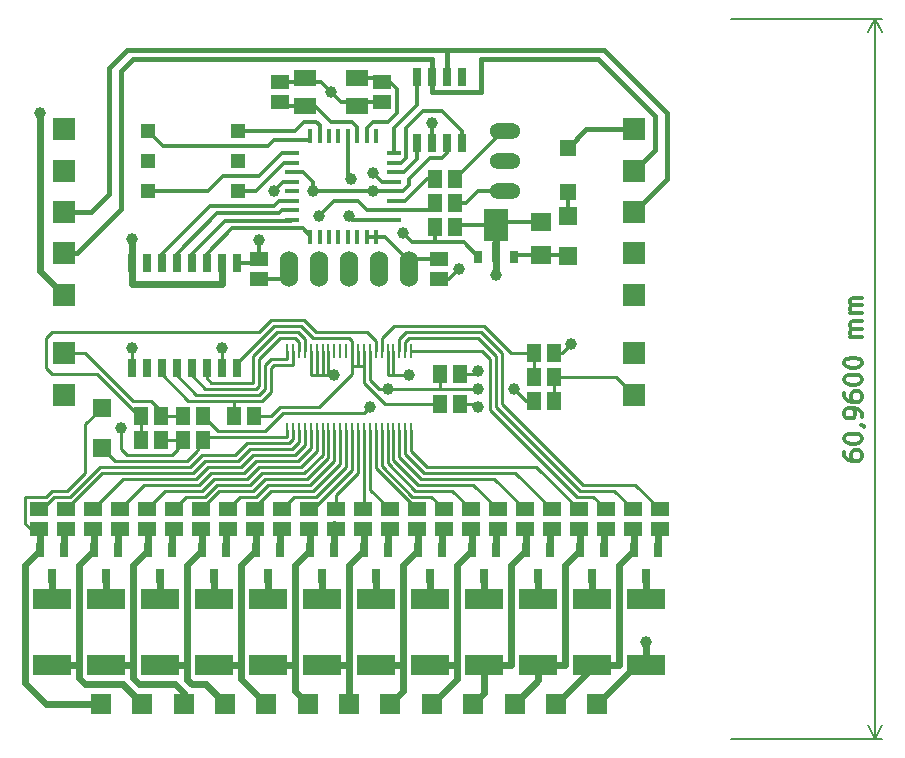
<source format=gbr>
%TF.GenerationSoftware,KiCad,Pcbnew,(6.0.10)*%
%TF.CreationDate,2023-01-23T12:48:01+01:00*%
%TF.ProjectId,BMS12v3,424d5331-3276-4332-9e6b-696361645f70,rev?*%
%TF.SameCoordinates,Original*%
%TF.FileFunction,Copper,L1,Top*%
%TF.FilePolarity,Positive*%
%FSLAX46Y46*%
G04 Gerber Fmt 4.6, Leading zero omitted, Abs format (unit mm)*
G04 Created by KiCad (PCBNEW (6.0.10)) date 2023-01-23 12:48:01*
%MOMM*%
%LPD*%
G01*
G04 APERTURE LIST*
%ADD10C,0.300000*%
%TA.AperFunction,NonConductor*%
%ADD11C,0.300000*%
%TD*%
%TA.AperFunction,NonConductor*%
%ADD12C,0.200000*%
%TD*%
%TA.AperFunction,SMDPad,CuDef*%
%ADD13R,1.500000X1.300000*%
%TD*%
%TA.AperFunction,SMDPad,CuDef*%
%ADD14R,0.635000X1.270000*%
%TD*%
%TA.AperFunction,SMDPad,CuDef*%
%ADD15R,3.200000X1.800000*%
%TD*%
%TA.AperFunction,SMDPad,CuDef*%
%ADD16R,1.300000X1.500000*%
%TD*%
%TA.AperFunction,ComponentPad*%
%ADD17O,1.524000X3.048000*%
%TD*%
%TA.AperFunction,ComponentPad*%
%ADD18O,2.641600X1.320800*%
%TD*%
%TA.AperFunction,SMDPad,CuDef*%
%ADD19R,0.700000X1.100000*%
%TD*%
%TA.AperFunction,SMDPad,CuDef*%
%ADD20R,0.700000X1.800000*%
%TD*%
%TA.AperFunction,SMDPad,CuDef*%
%ADD21R,2.000000X2.800000*%
%TD*%
%TA.AperFunction,SMDPad,CuDef*%
%ADD22R,1.200000X0.400000*%
%TD*%
%TA.AperFunction,SMDPad,CuDef*%
%ADD23R,0.400000X1.200000*%
%TD*%
%TA.AperFunction,SMDPad,CuDef*%
%ADD24R,0.711200X1.524000*%
%TD*%
%TA.AperFunction,ComponentPad*%
%ADD25R,1.950000X1.950000*%
%TD*%
%TA.AperFunction,ComponentPad*%
%ADD26R,1.308000X1.308000*%
%TD*%
%TA.AperFunction,SMDPad,CuDef*%
%ADD27R,1.600000X1.600000*%
%TD*%
%TA.AperFunction,SMDPad,CuDef*%
%ADD28R,1.400000X1.400000*%
%TD*%
%TA.AperFunction,SMDPad,CuDef*%
%ADD29R,0.250000X1.250000*%
%TD*%
%TA.AperFunction,SMDPad,CuDef*%
%ADD30R,1.900000X1.400000*%
%TD*%
%TA.AperFunction,SMDPad,CuDef*%
%ADD31R,1.800000X1.600000*%
%TD*%
%TA.AperFunction,ComponentPad*%
%ADD32R,1.800000X1.800000*%
%TD*%
%TA.AperFunction,ViaPad*%
%ADD33C,1.006400*%
%TD*%
%TA.AperFunction,Conductor*%
%ADD34C,0.609600*%
%TD*%
%TA.AperFunction,Conductor*%
%ADD35C,0.254000*%
%TD*%
%TA.AperFunction,Conductor*%
%ADD36C,0.304800*%
%TD*%
%TA.AperFunction,Conductor*%
%ADD37C,0.406400*%
%TD*%
G04 APERTURE END LIST*
D10*
D11*
X190418571Y-110354285D02*
X190418571Y-110640000D01*
X190490000Y-110782857D01*
X190561428Y-110854285D01*
X190775714Y-110997142D01*
X191061428Y-111068571D01*
X191632857Y-111068571D01*
X191775714Y-110997142D01*
X191847142Y-110925714D01*
X191918571Y-110782857D01*
X191918571Y-110497142D01*
X191847142Y-110354285D01*
X191775714Y-110282857D01*
X191632857Y-110211428D01*
X191275714Y-110211428D01*
X191132857Y-110282857D01*
X191061428Y-110354285D01*
X190990000Y-110497142D01*
X190990000Y-110782857D01*
X191061428Y-110925714D01*
X191132857Y-110997142D01*
X191275714Y-111068571D01*
X190418571Y-109282857D02*
X190418571Y-109140000D01*
X190490000Y-108997142D01*
X190561428Y-108925714D01*
X190704285Y-108854285D01*
X190990000Y-108782857D01*
X191347142Y-108782857D01*
X191632857Y-108854285D01*
X191775714Y-108925714D01*
X191847142Y-108997142D01*
X191918571Y-109140000D01*
X191918571Y-109282857D01*
X191847142Y-109425714D01*
X191775714Y-109497142D01*
X191632857Y-109568571D01*
X191347142Y-109640000D01*
X190990000Y-109640000D01*
X190704285Y-109568571D01*
X190561428Y-109497142D01*
X190490000Y-109425714D01*
X190418571Y-109282857D01*
X191847142Y-108068571D02*
X191918571Y-108068571D01*
X192061428Y-108140000D01*
X192132857Y-108211428D01*
X191918571Y-107354285D02*
X191918571Y-107068571D01*
X191847142Y-106925714D01*
X191775714Y-106854285D01*
X191561428Y-106711428D01*
X191275714Y-106640000D01*
X190704285Y-106640000D01*
X190561428Y-106711428D01*
X190490000Y-106782857D01*
X190418571Y-106925714D01*
X190418571Y-107211428D01*
X190490000Y-107354285D01*
X190561428Y-107425714D01*
X190704285Y-107497142D01*
X191061428Y-107497142D01*
X191204285Y-107425714D01*
X191275714Y-107354285D01*
X191347142Y-107211428D01*
X191347142Y-106925714D01*
X191275714Y-106782857D01*
X191204285Y-106711428D01*
X191061428Y-106640000D01*
X190418571Y-105354285D02*
X190418571Y-105640000D01*
X190490000Y-105782857D01*
X190561428Y-105854285D01*
X190775714Y-105997142D01*
X191061428Y-106068571D01*
X191632857Y-106068571D01*
X191775714Y-105997142D01*
X191847142Y-105925714D01*
X191918571Y-105782857D01*
X191918571Y-105497142D01*
X191847142Y-105354285D01*
X191775714Y-105282857D01*
X191632857Y-105211428D01*
X191275714Y-105211428D01*
X191132857Y-105282857D01*
X191061428Y-105354285D01*
X190990000Y-105497142D01*
X190990000Y-105782857D01*
X191061428Y-105925714D01*
X191132857Y-105997142D01*
X191275714Y-106068571D01*
X190418571Y-104282857D02*
X190418571Y-104140000D01*
X190490000Y-103997142D01*
X190561428Y-103925714D01*
X190704285Y-103854285D01*
X190990000Y-103782857D01*
X191347142Y-103782857D01*
X191632857Y-103854285D01*
X191775714Y-103925714D01*
X191847142Y-103997142D01*
X191918571Y-104140000D01*
X191918571Y-104282857D01*
X191847142Y-104425714D01*
X191775714Y-104497142D01*
X191632857Y-104568571D01*
X191347142Y-104640000D01*
X190990000Y-104640000D01*
X190704285Y-104568571D01*
X190561428Y-104497142D01*
X190490000Y-104425714D01*
X190418571Y-104282857D01*
X190418571Y-102854285D02*
X190418571Y-102711428D01*
X190490000Y-102568571D01*
X190561428Y-102497142D01*
X190704285Y-102425714D01*
X190990000Y-102354285D01*
X191347142Y-102354285D01*
X191632857Y-102425714D01*
X191775714Y-102497142D01*
X191847142Y-102568571D01*
X191918571Y-102711428D01*
X191918571Y-102854285D01*
X191847142Y-102997142D01*
X191775714Y-103068571D01*
X191632857Y-103140000D01*
X191347142Y-103211428D01*
X190990000Y-103211428D01*
X190704285Y-103140000D01*
X190561428Y-103068571D01*
X190490000Y-102997142D01*
X190418571Y-102854285D01*
X191918571Y-100568571D02*
X190918571Y-100568571D01*
X191061428Y-100568571D02*
X190990000Y-100497142D01*
X190918571Y-100354285D01*
X190918571Y-100140000D01*
X190990000Y-99997142D01*
X191132857Y-99925714D01*
X191918571Y-99925714D01*
X191132857Y-99925714D02*
X190990000Y-99854285D01*
X190918571Y-99711428D01*
X190918571Y-99497142D01*
X190990000Y-99354285D01*
X191132857Y-99282857D01*
X191918571Y-99282857D01*
X191918571Y-98568571D02*
X190918571Y-98568571D01*
X191061428Y-98568571D02*
X190990000Y-98497142D01*
X190918571Y-98354285D01*
X190918571Y-98140000D01*
X190990000Y-97997142D01*
X191132857Y-97925714D01*
X191918571Y-97925714D01*
X191132857Y-97925714D02*
X190990000Y-97854285D01*
X190918571Y-97711428D01*
X190918571Y-97497142D01*
X190990000Y-97354285D01*
X191132857Y-97282857D01*
X191918571Y-97282857D01*
D12*
X180840000Y-73660000D02*
X193626420Y-73660000D01*
X180840000Y-134620000D02*
X193626420Y-134620000D01*
X193040000Y-73660000D02*
X193040000Y-134620000D01*
X193040000Y-73660000D02*
X193040000Y-134620000D01*
X193040000Y-73660000D02*
X192453579Y-74786504D01*
X193040000Y-73660000D02*
X193626421Y-74786504D01*
X193040000Y-134620000D02*
X193626421Y-133493496D01*
X193040000Y-134620000D02*
X192453579Y-133493496D01*
D13*
%TO.P,R5,1,1*%
%TO.N,Net-(R30-Pad1)*%
X135928100Y-116902600D03*
%TO.P,R5,2,2*%
%TO.N,Net-(R5-Pad2)*%
X135928100Y-115202600D03*
%TD*%
D14*
%TO.P,U$11,P$1,G*%
%TO.N,Net-(R12-Pad1)*%
X151787100Y-118635600D03*
%TO.P,U$11,P$2,S*%
%TO.N,Net-(R11-Pad1)*%
X149787100Y-118635600D03*
%TO.P,U$11,P$3,D*%
%TO.N,Net-(R34-Pad2)*%
X150787100Y-120835600D03*
%TD*%
D13*
%TO.P,R9,1,1*%
%TO.N,Net-(R32-Pad1)*%
X145072100Y-116902600D03*
%TO.P,R9,2,2*%
%TO.N,Net-(R9-Pad2)*%
X145072100Y-115202600D03*
%TD*%
D15*
%TO.P,R35,1,1*%
%TO.N,Net-(R21-Pad1)*%
X155359100Y-128377600D03*
%TO.P,R35,2,2*%
%TO.N,Net-(R35-Pad2)*%
X155359100Y-122777600D03*
%TD*%
D16*
%TO.P,R14,1,1*%
%TO.N,Net-(R14-Pad1)*%
X155779100Y-87223600D03*
%TO.P,R14,2,2*%
%TO.N,Net-(LD1-PadAX)*%
X157479100Y-87223600D03*
%TD*%
D17*
%TO.P,PROG1,1,1*%
%TO.N,GND*%
X143421100Y-94843600D03*
%TO.P,PROG1,2,2*%
%TO.N,Net-(PROG1-Pad2)*%
X145961100Y-94843600D03*
%TO.P,PROG1,3,3*%
%TO.N,Net-(PROG1-Pad3)*%
X148501100Y-94843600D03*
%TO.P,PROG1,4,4*%
%TO.N,Net-(PROG1-Pad4)*%
X151041100Y-94843600D03*
%TO.P,PROG1,5,5*%
%TO.N,Net-(C2-Pad2)*%
X153581100Y-94843600D03*
%TD*%
D18*
%TO.P,LD1,AR,AR*%
%TO.N,Net-(LD1-PadAR)*%
X161709100Y-88239600D03*
%TO.P,LD1,AX,AG*%
%TO.N,Net-(LD1-PadAX)*%
X161709100Y-83159600D03*
%TO.P,LD1,C,C*%
%TO.N,GND*%
X161709100Y-85699600D03*
%TD*%
D19*
%TO.P,IC2,1,IN*%
%TO.N,Net-(C6-Pad1)*%
X162447100Y-93799600D03*
%TO.P,IC2,2,OUT*%
%TO.N,+5V*%
X159447100Y-93799600D03*
D20*
%TO.P,IC2,3*%
%TO.N,N/C*%
X160947100Y-93449600D03*
D21*
%TO.P,IC2,4,GND*%
%TO.N,GND*%
X160947100Y-91149600D03*
%TD*%
D13*
%TO.P,R4,1,1*%
%TO.N,Net-(R3-Pad1)*%
X131356100Y-116902600D03*
%TO.P,R4,2,2*%
%TO.N,Net-(R4-Pad2)*%
X131356100Y-115202600D03*
%TD*%
D16*
%TO.P,C14,1,1*%
%TO.N,Net-(C14-Pad1)*%
X156160100Y-103733600D03*
%TO.P,C14,2,2*%
%TO.N,AGND*%
X157860100Y-103733600D03*
%TD*%
%TO.P,R41,1,1*%
%TO.N,Net-(R15-Pad1)*%
X132587100Y-107289600D03*
%TO.P,R41,2,2*%
%TO.N,Net-(C3-Pad2)*%
X130887100Y-107289600D03*
%TD*%
D14*
%TO.P,U$13,P$1,G*%
%TO.N,Net-(R22-Pad1)*%
X160931100Y-118635600D03*
%TO.P,U$13,P$2,S*%
%TO.N,Net-(R21-Pad1)*%
X158931100Y-118635600D03*
%TO.P,U$13,P$3,D*%
%TO.N,Net-(R36-Pad2)*%
X159931100Y-120835600D03*
%TD*%
D15*
%TO.P,R31,1,1*%
%TO.N,Net-(R31-Pad1)*%
X137071100Y-128377600D03*
%TO.P,R31,2,2*%
%TO.N,Net-(R31-Pad2)*%
X137071100Y-122777600D03*
%TD*%
D13*
%TO.P,R24,1,1*%
%TO.N,Net-(R24-Pad1)*%
X165646100Y-116902600D03*
%TO.P,R24,2,2*%
%TO.N,Net-(R24-Pad2)*%
X165646100Y-115202600D03*
%TD*%
D15*
%TO.P,R30,1,1*%
%TO.N,Net-(R30-Pad1)*%
X132499100Y-128377600D03*
%TO.P,R30,2,2*%
%TO.N,Net-(R30-Pad2)*%
X132499100Y-122777600D03*
%TD*%
D14*
%TO.P,U$9,P$1,G*%
%TO.N,Net-(R8-Pad1)*%
X142643100Y-118635600D03*
%TO.P,U$9,P$2,S*%
%TO.N,Net-(R31-Pad1)*%
X140643100Y-118635600D03*
%TO.P,U$9,P$3,D*%
%TO.N,Net-(R32-Pad2)*%
X141643100Y-120835600D03*
%TD*%
D16*
%TO.P,R40,1,1*%
%TO.N,Net-(R40-Pad1)*%
X165861100Y-103987600D03*
%TO.P,R40,2,2*%
%TO.N,Net-(C19-Pad2)*%
X164161100Y-103987600D03*
%TD*%
%TO.P,R15,1,1*%
%TO.N,Net-(R15-Pad1)*%
X134443100Y-107289600D03*
%TO.P,R15,2,2*%
%TO.N,Net-(C14-Pad1)*%
X136143100Y-107289600D03*
%TD*%
D14*
%TO.P,U$17,P$1,G*%
%TO.N,Net-(R28-Pad1)*%
X174647100Y-118635600D03*
%TO.P,U$17,P$2,S*%
%TO.N,Net-(R27-Pad1)*%
X172647100Y-118635600D03*
%TO.P,U$17,P$3,D*%
%TO.N,Net-(R39-Pad2)*%
X173647100Y-120835600D03*
%TD*%
D13*
%TO.P,C5,1,1*%
%TO.N,Net-(C5-Pad1)*%
X142659100Y-80707600D03*
%TO.P,C5,2,2*%
%TO.N,GND*%
X142659100Y-79007600D03*
%TD*%
%TO.P,R1,1,1*%
%TO.N,Net-(R1-Pad1)*%
X126784100Y-116902600D03*
%TO.P,R1,2,2*%
%TO.N,Net-(R1-Pad2)*%
X126784100Y-115202600D03*
%TD*%
%TO.P,R8,1,1*%
%TO.N,Net-(R8-Pad1)*%
X142786100Y-116902600D03*
%TO.P,R8,2,2*%
%TO.N,Net-(R8-Pad2)*%
X142786100Y-115202600D03*
%TD*%
D22*
%TO.P,U$3,1,PD2(PSCIN2/OC1A/MISO_A)*%
%TO.N,Net-(PROG1-Pad3)*%
X152293100Y-90658600D03*
%TO.P,U$3,2,PD3(TXLIN/OC0A/SS/MOSI_A)*%
%TO.N,Net-(PROG1-Pad2)*%
X152293100Y-89858600D03*
%TO.P,U$3,3,PC1(PSCIN1/OC1B/SS_A)*%
%TO.N,Net-(R14-Pad1)*%
X152293100Y-89058600D03*
%TO.P,U$3,4,VCC*%
%TO.N,+5V*%
X152293100Y-88258600D03*
%TO.P,U$3,5,GND*%
%TO.N,GND*%
X152293100Y-87458600D03*
%TO.P,U$3,6,PC2(T0/TXCAN)*%
%TO.N,Net-(SN65-PadP$1)*%
X152293100Y-86658600D03*
%TO.P,U$3,7,PC3(T1/RXCAN/ICP1B)*%
%TO.N,Net-(SN65-PadP$4)*%
X152293100Y-85858600D03*
%TO.P,U$3,8,PB0(MISO/PSCOUT2A)*%
%TO.N,Net-(SN65-PadP$8)*%
X152293100Y-85058600D03*
D23*
%TO.P,U$3,9,PB1(MOSI/PSCOUT2B)*%
%TO.N,unconnected-(U$3-Pad9)*%
X150793100Y-83558600D03*
%TO.P,U$3,10,PE1(XTAL1/OC0B)*%
%TO.N,Net-(C4-Pad1)*%
X149993100Y-83558600D03*
%TO.P,U$3,11,PE2(XTAL2/ADC0)*%
%TO.N,Net-(C5-Pad1)*%
X149193100Y-83558600D03*
%TO.P,U$3,12,PD4(ADC1/RXD/RXLIN/ICP1A/SCK_A)*%
%TO.N,Net-(PROG1-Pad4)*%
X148393100Y-83558600D03*
%TO.P,U$3,13,PD5(ADC2/ACMP2)*%
%TO.N,unconnected-(U$3-Pad13)*%
X147593100Y-83558600D03*
%TO.P,U$3,14,PD6(ADC3/ACMPN2/INT0)*%
%TO.N,unconnected-(U$3-Pad14)*%
X146793100Y-83558600D03*
%TO.P,U$3,15,PD7(ACMP0)*%
%TO.N,Net-(U$3-Pad15)*%
X145993100Y-83558600D03*
%TO.P,U$3,16,PB2(ADC5/INT1/ACMPN0)*%
%TO.N,Net-(U$3-Pad16)*%
X145193100Y-83558600D03*
D22*
%TO.P,U$3,17,PC4(ADC8/ACMPN3/AMP1-)*%
%TO.N,Net-(U$3-Pad17)*%
X143693100Y-85058600D03*
%TO.P,U$3,18,PC5(ADC9/ACMP3/AMP1+)*%
%TO.N,Net-(U$3-Pad18)*%
X143693100Y-85858600D03*
%TO.P,U$3,19,AVCC*%
%TO.N,+5V*%
X143693100Y-86658600D03*
%TO.P,U$3,20,AGND*%
%TO.N,GND*%
X143693100Y-87458600D03*
%TO.P,U$3,21,AREF(ISRC)*%
%TO.N,unconnected-(U$3-Pad21)*%
X143693100Y-88258600D03*
%TO.P,U$3,22,PC6(ADC10/ACMP1)*%
%TO.N,/VOD*%
X143693100Y-89058600D03*
%TO.P,U$3,23,PB3(AMP0-)*%
%TO.N,/VIC*%
X143693100Y-89858600D03*
%TO.P,U$3,24,PB4(AMP0+)*%
%TO.N,/VIB*%
X143693100Y-90658600D03*
D23*
%TO.P,U$3,25,PC7(D2A/AMP2+)*%
%TO.N,/VIA*%
X145193100Y-92158600D03*
%TO.P,U$3,26,PB5(ADC6/INT2/ACMPN1/AMP2-)*%
%TO.N,unconnected-(U$3-Pad26)*%
X145993100Y-92158600D03*
%TO.P,U$3,27,PB6(ADC7/PSCOUT1B)*%
%TO.N,unconnected-(U$3-Pad27)*%
X146793100Y-92158600D03*
%TO.P,U$3,28,PB7(ADC4/PSCOUT0B/SCK)*%
%TO.N,unconnected-(U$3-Pad28)*%
X147593100Y-92158600D03*
%TO.P,U$3,29,PD0(PSCOUT0A)*%
%TO.N,unconnected-(U$3-Pad29)*%
X148393100Y-92158600D03*
%TO.P,U$3,30,PC0(INT3/PSCOUT1A)*%
%TO.N,unconnected-(U$3-Pad30)*%
X149193100Y-92158600D03*
%TO.P,U$3,31,PE0(/RESET)*%
%TO.N,Net-(C2-Pad2)*%
X149993100Y-92158600D03*
%TO.P,U$3,32,PD1(PSCIN0/CLK0)*%
X150793100Y-92158600D03*
%TD*%
D15*
%TO.P,R17,1,1*%
%TO.N,Net-(R1-Pad1)*%
X123355100Y-128377600D03*
%TO.P,R17,2,2*%
%TO.N,Net-(R17-Pad2)*%
X123355100Y-122777600D03*
%TD*%
D16*
%TO.P,R29,1,1*%
%TO.N,Net-(LD1-PadAR)*%
X157479100Y-89255600D03*
%TO.P,R29,2,2*%
%TO.N,Net-(PROG1-Pad2)*%
X155779100Y-89255600D03*
%TD*%
D14*
%TO.P,U$5,P$1,G*%
%TO.N,Net-(R2-Pad1)*%
X128927100Y-118635600D03*
%TO.P,U$5,P$2,S*%
%TO.N,Net-(R1-Pad1)*%
X126927100Y-118635600D03*
%TO.P,U$5,P$3,D*%
%TO.N,Net-(R3-Pad2)*%
X127927100Y-120835600D03*
%TD*%
D13*
%TO.P,R28,1,1*%
%TO.N,Net-(R28-Pad1)*%
X174790100Y-116902600D03*
%TO.P,R28,2,2*%
%TO.N,Net-(R28-Pad2)*%
X174790100Y-115202600D03*
%TD*%
D24*
%TO.P,U$14,1,VDD1*%
%TO.N,+5V*%
X138976100Y-94335600D03*
%TO.P,U$14,2,GND1*%
%TO.N,GND*%
X137706100Y-94335600D03*
%TO.P,U$14,3,VIA*%
%TO.N,/VIA*%
X136436100Y-94335600D03*
%TO.P,U$14,4,VIB*%
%TO.N,/VIB*%
X135166100Y-94335600D03*
%TO.P,U$14,5,VIC*%
%TO.N,/VIC*%
X133896100Y-94335600D03*
%TO.P,U$14,6,VOD*%
%TO.N,/VOD*%
X132626100Y-94335600D03*
%TO.P,U$14,7,CTRL1*%
%TO.N,unconnected-(U$14-Pad7)*%
X131356100Y-94335600D03*
%TO.P,U$14,8,GND1B*%
%TO.N,GND*%
X130086100Y-94335600D03*
%TO.P,U$14,9,GND2B*%
%TO.N,AGND*%
X130086100Y-103225600D03*
%TO.P,U$14,10,CTRL2*%
%TO.N,unconnected-(U$14-Pad10)*%
X131356100Y-103225600D03*
%TO.P,U$14,11,VID*%
%TO.N,Net-(R52-Pad2)*%
X132626100Y-103225600D03*
%TO.P,U$14,12,VOC*%
%TO.N,Net-(U$1-Pad44)*%
X133896100Y-103225600D03*
%TO.P,U$14,13,VOB*%
%TO.N,Net-(U$1-Pad42)*%
X135166100Y-103225600D03*
%TO.P,U$14,14,VOA*%
%TO.N,Net-(U$1-Pad41)*%
X136436100Y-103225600D03*
%TO.P,U$14,15,GND2*%
%TO.N,AGND*%
X137706100Y-103225600D03*
%TO.P,U$14,16,VDD2*%
%TO.N,Net-(C18-Pad1)*%
X138976100Y-103225600D03*
%TD*%
D15*
%TO.P,R36,1,1*%
%TO.N,Net-(R23-Pad1)*%
X159931100Y-128377600D03*
%TO.P,R36,2,2*%
%TO.N,Net-(R36-Pad2)*%
X159931100Y-122777600D03*
%TD*%
D25*
%TO.P,U$2,1,1*%
%TO.N,+12V*%
X124371100Y-97017600D03*
%TO.P,U$2,2,2*%
%TO.N,Net-(SN65-PadP$7)*%
X124371100Y-93517600D03*
%TO.P,U$2,3,3*%
%TO.N,Net-(SN65-PadP$6)*%
X124371100Y-90017600D03*
%TO.P,U$2,4,4*%
%TO.N,GND*%
X124371100Y-86517600D03*
%TO.P,U$2,5,5*%
%TO.N,Net-(U$19-Pad5)*%
X124371100Y-83017600D03*
%TD*%
D16*
%TO.P,C13,1,1*%
%TO.N,Net-(C13-Pad1)*%
X136143100Y-109321600D03*
%TO.P,C13,2,2*%
%TO.N,AGND*%
X134443100Y-109321600D03*
%TD*%
%TO.P,R52,1,1*%
%TO.N,Net-(C18-Pad1)*%
X140461100Y-107289600D03*
%TO.P,R52,2,2*%
%TO.N,Net-(R52-Pad2)*%
X138761100Y-107289600D03*
%TD*%
D14*
%TO.P,U$12,P$1,G*%
%TO.N,Net-(R19-Pad1)*%
X156359100Y-118635600D03*
%TO.P,U$12,P$2,S*%
%TO.N,Net-(R18-Pad1)*%
X154359100Y-118635600D03*
%TO.P,U$12,P$3,D*%
%TO.N,Net-(R35-Pad2)*%
X155359100Y-120835600D03*
%TD*%
%TO.P,U$10,P$1,G*%
%TO.N,Net-(R10-Pad1)*%
X147215100Y-118635600D03*
%TO.P,U$10,P$2,S*%
%TO.N,Net-(R32-Pad1)*%
X145215100Y-118635600D03*
%TO.P,U$10,P$3,D*%
%TO.N,Net-(R33-Pad2)*%
X146215100Y-120835600D03*
%TD*%
%TO.P,U$16,P$1,G*%
%TO.N,Net-(R26-Pad1)*%
X170075100Y-118635600D03*
%TO.P,U$16,P$2,S*%
%TO.N,Net-(R25-Pad1)*%
X168075100Y-118635600D03*
%TO.P,U$16,P$3,D*%
%TO.N,Net-(R38-Pad2)*%
X169075100Y-120835600D03*
%TD*%
D13*
%TO.P,R2,1,1*%
%TO.N,Net-(R2-Pad1)*%
X129070100Y-116902600D03*
%TO.P,R2,2,2*%
%TO.N,Net-(R2-Pad2)*%
X129070100Y-115202600D03*
%TD*%
D15*
%TO.P,R33,1,1*%
%TO.N,Net-(R11-Pad1)*%
X146215100Y-128377600D03*
%TO.P,R33,2,2*%
%TO.N,Net-(R33-Pad2)*%
X146215100Y-122777600D03*
%TD*%
D13*
%TO.P,R6,1,1*%
%TO.N,Net-(R6-Pad1)*%
X138214100Y-116902600D03*
%TO.P,R6,2,2*%
%TO.N,Net-(R6-Pad2)*%
X138214100Y-115202600D03*
%TD*%
%TO.P,R26,1,1*%
%TO.N,Net-(R26-Pad1)*%
X170218100Y-116902600D03*
%TO.P,R26,2,2*%
%TO.N,Net-(R26-Pad2)*%
X170218100Y-115202600D03*
%TD*%
%TO.P,R11,1,1*%
%TO.N,Net-(R11-Pad1)*%
X149644100Y-116902600D03*
%TO.P,R11,2,2*%
%TO.N,Net-(R11-Pad2)*%
X149644100Y-115202600D03*
%TD*%
D26*
%TO.P,U$31,1,1*%
%TO.N,Net-(U$3-Pad16)*%
X131483100Y-83159600D03*
%TO.P,U$31,2,2*%
%TO.N,Net-(U$3-Pad18)*%
X139103100Y-88239600D03*
%TO.P,U$31,4,4*%
%TO.N,Net-(U$3-Pad17)*%
X131483100Y-88239600D03*
%TO.P,U$31,8,8*%
%TO.N,Net-(U$3-Pad15)*%
X139103100Y-83159600D03*
%TO.P,U$31,C,C*%
%TO.N,GND*%
X131483100Y-85699600D03*
%TO.P,U$31,C2,C_*%
X139103100Y-85699600D03*
%TD*%
D13*
%TO.P,C1,1,1*%
%TO.N,GND*%
X140881100Y-95693600D03*
%TO.P,C1,2,2*%
%TO.N,+5V*%
X140881100Y-93993600D03*
%TD*%
D24*
%TO.P,SN65,P$1,TX0*%
%TO.N,Net-(SN65-PadP$1)*%
X154216100Y-84175600D03*
%TO.P,SN65,P$2,GND*%
%TO.N,GND*%
X155486100Y-84175600D03*
%TO.P,SN65,P$3,VS*%
%TO.N,+5V*%
X156756100Y-84175600D03*
%TO.P,SN65,P$4,RX0*%
%TO.N,Net-(SN65-PadP$4)*%
X158026100Y-84175600D03*
%TO.P,SN65,P$5,RX1*%
%TO.N,unconnected-(SN65-PadP$5)*%
X158026100Y-78587600D03*
%TO.P,SN65,P$6,C_L*%
%TO.N,Net-(SN65-PadP$6)*%
X156756100Y-78587600D03*
%TO.P,SN65,P$7,C_H*%
%TO.N,Net-(SN65-PadP$7)*%
X155486100Y-78587600D03*
%TO.P,SN65,P$8,ASC*%
%TO.N,Net-(SN65-PadP$8)*%
X154216100Y-78587600D03*
%TD*%
D13*
%TO.P,R20,1,1*%
%TO.N,Net-(R20-Pad1)*%
X133642100Y-116902600D03*
%TO.P,R20,2,2*%
%TO.N,Net-(R20-Pad2)*%
X133642100Y-115202600D03*
%TD*%
D14*
%TO.P,U$7,P$1,G*%
%TO.N,Net-(R20-Pad1)*%
X133499100Y-118635600D03*
%TO.P,U$7,P$2,S*%
%TO.N,Net-(R3-Pad1)*%
X131499100Y-118635600D03*
%TO.P,U$7,P$3,D*%
%TO.N,Net-(R30-Pad2)*%
X132499100Y-120835600D03*
%TD*%
D13*
%TO.P,R23,1,1*%
%TO.N,Net-(R23-Pad1)*%
X163360100Y-116902600D03*
%TO.P,R23,2,2*%
%TO.N,Net-(R23-Pad2)*%
X163360100Y-115202600D03*
%TD*%
D15*
%TO.P,R37,1,1*%
%TO.N,Net-(R25-Pad1)*%
X164503100Y-128377600D03*
%TO.P,R37,2,2*%
%TO.N,Net-(R37-Pad2)*%
X164503100Y-122777600D03*
%TD*%
D14*
%TO.P,U$4,P$1,G*%
%TO.N,Net-(R13-Pad1)*%
X124355100Y-118635600D03*
%TO.P,U$4,P$2,S*%
%TO.N,Net-(R16-Pad1)*%
X122355100Y-118635600D03*
%TO.P,U$4,P$3,D*%
%TO.N,Net-(R17-Pad2)*%
X123355100Y-120835600D03*
%TD*%
D15*
%TO.P,R32,1,1*%
%TO.N,Net-(R32-Pad1)*%
X141643100Y-128377600D03*
%TO.P,R32,2,2*%
%TO.N,Net-(R32-Pad2)*%
X141643100Y-122777600D03*
%TD*%
D16*
%TO.P,C18,1,1*%
%TO.N,Net-(C18-Pad1)*%
X156160100Y-106273600D03*
%TO.P,C18,2,2*%
%TO.N,AGND*%
X157860100Y-106273600D03*
%TD*%
D27*
%TO.P,U$28,P$1,P$1*%
%TO.N,Net-(D1-PadC)*%
X167043100Y-90349600D03*
%TO.P,U$28,P$2,P$2*%
%TO.N,Net-(C6-Pad1)*%
X167043100Y-93749600D03*
%TD*%
D16*
%TO.P,C3,1,1*%
%TO.N,AGND*%
X132587100Y-109321600D03*
%TO.P,C3,2,2*%
%TO.N,Net-(C3-Pad2)*%
X130887100Y-109321600D03*
%TD*%
D28*
%TO.P,D1,A,A*%
%TO.N,+12V*%
X167043100Y-84561600D03*
%TO.P,D1,C,C*%
%TO.N,Net-(D1-PadC)*%
X167043100Y-88361600D03*
%TD*%
D25*
%TO.P,U$21,1,1*%
%TO.N,AGND*%
X124371100Y-105483600D03*
%TO.P,U$21,2,2*%
%TO.N,Net-(R15-Pad1)*%
X124371100Y-101983600D03*
%TD*%
D14*
%TO.P,U$15,P$1,G*%
%TO.N,Net-(R24-Pad1)*%
X165503100Y-118635600D03*
%TO.P,U$15,P$2,S*%
%TO.N,Net-(R23-Pad1)*%
X163503100Y-118635600D03*
%TO.P,U$15,P$3,D*%
%TO.N,Net-(R37-Pad2)*%
X164503100Y-120835600D03*
%TD*%
D13*
%TO.P,R27,1,1*%
%TO.N,Net-(R27-Pad1)*%
X172504100Y-116902600D03*
%TO.P,R27,2,2*%
%TO.N,Net-(R27-Pad2)*%
X172504100Y-115202600D03*
%TD*%
%TO.P,R12,1,1*%
%TO.N,Net-(R12-Pad1)*%
X151930100Y-116902600D03*
%TO.P,R12,2,2*%
%TO.N,Net-(R12-Pad2)*%
X151930100Y-115202600D03*
%TD*%
%TO.P,R16,1,1*%
%TO.N,Net-(R16-Pad1)*%
X122212100Y-116902600D03*
%TO.P,R16,2,2*%
%TO.N,Net-(R16-Pad2)*%
X122212100Y-115202600D03*
%TD*%
D29*
%TO.P,U$1,1,V+*%
%TO.N,Net-(C13-Pad1)*%
X143251100Y-108505600D03*
%TO.P,U$1,2,C12*%
%TO.N,Net-(R16-Pad2)*%
X143751100Y-108505600D03*
%TO.P,U$1,3,S12*%
%TO.N,Net-(R13-Pad2)*%
X144251100Y-108505600D03*
%TO.P,U$1,4,C11*%
%TO.N,Net-(R1-Pad2)*%
X144751100Y-108505600D03*
%TO.P,U$1,5,S11*%
%TO.N,Net-(R2-Pad2)*%
X145251100Y-108505600D03*
%TO.P,U$1,6,C10*%
%TO.N,Net-(R4-Pad2)*%
X145751100Y-108505600D03*
%TO.P,U$1,7,S10*%
%TO.N,Net-(R20-Pad2)*%
X146251100Y-108505600D03*
%TO.P,U$1,8,C9*%
%TO.N,Net-(R5-Pad2)*%
X146751100Y-108505600D03*
%TO.P,U$1,9,S9*%
%TO.N,Net-(R6-Pad2)*%
X147251100Y-108505600D03*
%TO.P,U$1,10,C8*%
%TO.N,Net-(R7-Pad2)*%
X147751100Y-108505600D03*
%TO.P,U$1,11,S8*%
%TO.N,Net-(R8-Pad2)*%
X148251100Y-108505600D03*
%TO.P,U$1,12,C7*%
%TO.N,Net-(R9-Pad2)*%
X148751100Y-108505600D03*
%TO.P,U$1,13,S7*%
%TO.N,Net-(R10-Pad2)*%
X149251100Y-108505600D03*
%TO.P,U$1,14,C6*%
%TO.N,Net-(R11-Pad2)*%
X149751100Y-108505600D03*
%TO.P,U$1,15,S6*%
%TO.N,Net-(R12-Pad2)*%
X150251100Y-108505600D03*
%TO.P,U$1,16,C5*%
%TO.N,Net-(R18-Pad2)*%
X150751100Y-108505600D03*
%TO.P,U$1,17,S5*%
%TO.N,Net-(R19-Pad2)*%
X151251100Y-108505600D03*
%TO.P,U$1,18,C4*%
%TO.N,Net-(R21-Pad2)*%
X151751100Y-108505600D03*
%TO.P,U$1,19,S4*%
%TO.N,Net-(R22-Pad2)*%
X152251100Y-108505600D03*
%TO.P,U$1,20,C3*%
%TO.N,Net-(R23-Pad2)*%
X152751100Y-108505600D03*
%TO.P,U$1,21,S3*%
%TO.N,Net-(R24-Pad2)*%
X153251100Y-108505600D03*
%TO.P,U$1,22,C2*%
%TO.N,Net-(R25-Pad2)*%
X153751100Y-108505600D03*
%TO.P,U$1,23,S2*%
%TO.N,Net-(R26-Pad2)*%
X153751100Y-101755600D03*
%TO.P,U$1,24,C1*%
%TO.N,Net-(R27-Pad2)*%
X153251100Y-101755600D03*
%TO.P,U$1,25,S1*%
%TO.N,Net-(R28-Pad2)*%
X152751100Y-101755600D03*
%TO.P,U$1,26,V-*%
%TO.N,AGND*%
X152251100Y-101755600D03*
%TO.P,U$1,27,NC*%
X151751100Y-101755600D03*
%TO.P,U$1,28,VTEMP1*%
%TO.N,Net-(C19-Pad2)*%
X151251100Y-101755600D03*
%TO.P,U$1,29,VTEMP2*%
%TO.N,Net-(C3-Pad2)*%
X150751100Y-101755600D03*
%TO.P,U$1,30,VREF*%
%TO.N,Net-(C14-Pad1)*%
X150251100Y-101755600D03*
%TO.P,U$1,31,VREG*%
%TO.N,Net-(C18-Pad1)*%
X149751100Y-101755600D03*
%TO.P,U$1,32,TOS*%
X149251100Y-101755600D03*
%TO.P,U$1,33,MMB*%
X148751100Y-101755600D03*
%TO.P,U$1,34,WDTB*%
%TO.N,unconnected-(U$1-Pad34)*%
X148251100Y-101755600D03*
%TO.P,U$1,35,GPIO1*%
%TO.N,unconnected-(U$1-Pad35)*%
X147751100Y-101755600D03*
%TO.P,U$1,36,GPIO2*%
%TO.N,unconnected-(U$1-Pad36)*%
X147251100Y-101755600D03*
%TO.P,U$1,37,A0*%
%TO.N,AGND*%
X146751100Y-101755600D03*
%TO.P,U$1,38,A1*%
X146251100Y-101755600D03*
%TO.P,U$1,39,A2*%
X145751100Y-101755600D03*
%TO.P,U$1,40,A3*%
X145251100Y-101755600D03*
%TO.P,U$1,41,SCKI*%
%TO.N,Net-(U$1-Pad41)*%
X144751100Y-101755600D03*
%TO.P,U$1,42,SDI*%
%TO.N,Net-(U$1-Pad42)*%
X144251100Y-101755600D03*
%TO.P,U$1,43,SDO*%
%TO.N,Net-(R52-Pad2)*%
X143751100Y-101755600D03*
%TO.P,U$1,44,CSBI*%
%TO.N,Net-(U$1-Pad44)*%
X143251100Y-101755600D03*
%TD*%
D15*
%TO.P,R39,1,1*%
%TO.N,AGND*%
X173647100Y-128377600D03*
%TO.P,R39,2,2*%
%TO.N,Net-(R39-Pad2)*%
X173647100Y-122777600D03*
%TD*%
D30*
%TO.P,Q1,1,1*%
%TO.N,Net-(C5-Pad1)*%
X144777100Y-81057600D03*
%TO.P,Q1,2*%
%TO.N,N/C*%
X149177100Y-81057600D03*
%TO.P,Q1,3,2*%
%TO.N,Net-(C4-Pad1)*%
X149177100Y-78657600D03*
%TO.P,Q1,4*%
%TO.N,N/C*%
X144777100Y-78657600D03*
%TD*%
D13*
%TO.P,C4,1,1*%
%TO.N,Net-(C4-Pad1)*%
X151295100Y-79007600D03*
%TO.P,C4,2,2*%
%TO.N,GND*%
X151295100Y-80707600D03*
%TD*%
D25*
%TO.P,U$20,1,1*%
%TO.N,AGND*%
X172631100Y-101983600D03*
%TO.P,U$20,2,2*%
%TO.N,Net-(R40-Pad1)*%
X172631100Y-105483600D03*
%TD*%
D13*
%TO.P,R7,1,1*%
%TO.N,Net-(R31-Pad1)*%
X140500100Y-116902600D03*
%TO.P,R7,2,2*%
%TO.N,Net-(R7-Pad2)*%
X140500100Y-115202600D03*
%TD*%
D16*
%TO.P,C16,1,1*%
%TO.N,+5V*%
X155779100Y-91287600D03*
%TO.P,C16,2,2*%
%TO.N,GND*%
X157479100Y-91287600D03*
%TD*%
D13*
%TO.P,R25,1,1*%
%TO.N,Net-(R25-Pad1)*%
X167932100Y-116902600D03*
%TO.P,R25,2,2*%
%TO.N,Net-(R25-Pad2)*%
X167932100Y-115202600D03*
%TD*%
D14*
%TO.P,U$8,P$1,G*%
%TO.N,Net-(R6-Pad1)*%
X138071100Y-118635600D03*
%TO.P,U$8,P$2,S*%
%TO.N,Net-(R30-Pad1)*%
X136071100Y-118635600D03*
%TO.P,U$8,P$3,D*%
%TO.N,Net-(R31-Pad2)*%
X137071100Y-120835600D03*
%TD*%
D15*
%TO.P,R3,1,1*%
%TO.N,Net-(R3-Pad1)*%
X127927100Y-128377600D03*
%TO.P,R3,2,2*%
%TO.N,Net-(R3-Pad2)*%
X127927100Y-122777600D03*
%TD*%
D16*
%TO.P,R55,1,1*%
%TO.N,Net-(R40-Pad1)*%
X165861100Y-106019600D03*
%TO.P,R55,2,2*%
%TO.N,Net-(C14-Pad1)*%
X164161100Y-106019600D03*
%TD*%
D13*
%TO.P,R13,1,1*%
%TO.N,Net-(R13-Pad1)*%
X124498100Y-116902600D03*
%TO.P,R13,2,2*%
%TO.N,Net-(R13-Pad2)*%
X124498100Y-115202600D03*
%TD*%
D15*
%TO.P,R34,1,1*%
%TO.N,Net-(R18-Pad1)*%
X150787100Y-128377600D03*
%TO.P,R34,2,2*%
%TO.N,Net-(R34-Pad2)*%
X150787100Y-122777600D03*
%TD*%
%TO.P,R38,1,1*%
%TO.N,Net-(R27-Pad1)*%
X169075100Y-128377600D03*
%TO.P,R38,2,2*%
%TO.N,Net-(R38-Pad2)*%
X169075100Y-122777600D03*
%TD*%
D13*
%TO.P,R19,1,1*%
%TO.N,Net-(R19-Pad1)*%
X156502100Y-116902600D03*
%TO.P,R19,2,2*%
%TO.N,Net-(R19-Pad2)*%
X156502100Y-115202600D03*
%TD*%
%TO.P,R21,1,1*%
%TO.N,Net-(R21-Pad1)*%
X158788100Y-116902600D03*
%TO.P,R21,2,2*%
%TO.N,Net-(R21-Pad2)*%
X158788100Y-115202600D03*
%TD*%
%TO.P,R18,1,1*%
%TO.N,Net-(R18-Pad1)*%
X154216100Y-116902600D03*
%TO.P,R18,2,2*%
%TO.N,Net-(R18-Pad2)*%
X154216100Y-115202600D03*
%TD*%
D31*
%TO.P,C6,1,1*%
%TO.N,Net-(C6-Pad1)*%
X164757100Y-93703600D03*
%TO.P,C6,2,2*%
%TO.N,GND*%
X164757100Y-90903600D03*
%TD*%
D27*
%TO.P,U$6,P$1,P$1*%
%TO.N,Net-(R16-Pad1)*%
X127546100Y-106605600D03*
%TO.P,U$6,P$2,P$2*%
%TO.N,Net-(C13-Pad1)*%
X127546100Y-110005600D03*
%TD*%
D13*
%TO.P,R22,1,1*%
%TO.N,Net-(R22-Pad1)*%
X161074100Y-116902600D03*
%TO.P,R22,2,2*%
%TO.N,Net-(R22-Pad2)*%
X161074100Y-115202600D03*
%TD*%
%TO.P,R10,1,1*%
%TO.N,Net-(R10-Pad1)*%
X147358100Y-116902600D03*
%TO.P,R10,2,2*%
%TO.N,Net-(R10-Pad2)*%
X147358100Y-115202600D03*
%TD*%
D25*
%TO.P,U$19,1,1*%
%TO.N,+12V*%
X172631100Y-83017600D03*
%TO.P,U$19,2,2*%
%TO.N,Net-(SN65-PadP$7)*%
X172631100Y-86517600D03*
%TO.P,U$19,3,3*%
%TO.N,Net-(SN65-PadP$6)*%
X172631100Y-90017600D03*
%TO.P,U$19,4,4*%
%TO.N,GND*%
X172631100Y-93517600D03*
%TO.P,U$19,5,5*%
%TO.N,Net-(U$19-Pad5)*%
X172631100Y-97017600D03*
%TD*%
D16*
%TO.P,C19,1,1*%
%TO.N,AGND*%
X165861100Y-101955600D03*
%TO.P,C19,2,2*%
%TO.N,Net-(C19-Pad2)*%
X164161100Y-101955600D03*
%TD*%
D32*
%TO.P,U$18,1,1*%
%TO.N,Net-(R16-Pad1)*%
X127501100Y-131673600D03*
%TO.P,U$18,2,2*%
%TO.N,Net-(R1-Pad1)*%
X131001100Y-131673600D03*
%TO.P,U$18,3,3*%
%TO.N,Net-(R3-Pad1)*%
X134501100Y-131673600D03*
%TO.P,U$18,4,4*%
%TO.N,Net-(R30-Pad1)*%
X138001100Y-131673600D03*
%TO.P,U$18,5,5*%
%TO.N,Net-(R31-Pad1)*%
X141501100Y-131673600D03*
%TO.P,U$18,6,6*%
%TO.N,Net-(R32-Pad1)*%
X145001100Y-131673600D03*
%TO.P,U$18,7,7*%
%TO.N,Net-(R11-Pad1)*%
X148501100Y-131673600D03*
%TO.P,U$18,8,8*%
%TO.N,Net-(R18-Pad1)*%
X152001100Y-131673600D03*
%TO.P,U$18,9,9*%
%TO.N,Net-(R21-Pad1)*%
X155501100Y-131673600D03*
%TO.P,U$18,10,10*%
%TO.N,Net-(R23-Pad1)*%
X159001100Y-131673600D03*
%TO.P,U$18,11,11*%
%TO.N,Net-(R25-Pad1)*%
X162501100Y-131673600D03*
%TO.P,U$18,12,12*%
%TO.N,Net-(R27-Pad1)*%
X166001100Y-131673600D03*
%TO.P,U$18,13,13*%
%TO.N,AGND*%
X169501100Y-131673600D03*
%TD*%
D13*
%TO.P,C2,1,1*%
%TO.N,GND*%
X156121100Y-95693600D03*
%TO.P,C2,2,2*%
%TO.N,Net-(C2-Pad2)*%
X156121100Y-93993600D03*
%TD*%
D33*
%TO.N,AGND*%
X147231100Y-103860600D03*
X173647100Y-126466600D03*
X159423100Y-103479600D03*
X153581100Y-103860600D03*
X129197100Y-108305600D03*
X137713700Y-101574600D03*
X159423100Y-106527600D03*
X167297100Y-101193600D03*
X130086100Y-101574600D03*
%TO.N,GND*%
X142151100Y-88239600D03*
X155486100Y-82524600D03*
X157772100Y-94843600D03*
X160947100Y-95351600D03*
X150533100Y-86715600D03*
X130086100Y-92303600D03*
X146977100Y-79857600D03*
%TO.N,Net-(C14-Pad1)*%
X159423100Y-105003600D03*
X151803100Y-105003600D03*
X162471100Y-105003600D03*
X150279100Y-106527600D03*
%TO.N,+5V*%
X153073100Y-91795600D03*
X140881100Y-92430600D03*
X145453100Y-88239600D03*
X150533100Y-88239600D03*
%TO.N,+12V*%
X122339100Y-81635600D03*
%TO.N,Net-(PROG1-Pad2)*%
X145961100Y-90398600D03*
%TO.N,Net-(PROG1-Pad3)*%
X148501100Y-90398600D03*
%TO.N,Net-(PROG1-Pad4)*%
X148628100Y-87223600D03*
%TD*%
D34*
%TO.N,AGND*%
X172797100Y-128377600D02*
X173647100Y-128377600D01*
D35*
X151751100Y-103860600D02*
X151751100Y-101755600D01*
X133515100Y-110591600D02*
X133935100Y-110171600D01*
X145251100Y-103860600D02*
X145251100Y-101755600D01*
X165861100Y-101955600D02*
X166535100Y-101955600D01*
X157860100Y-106273600D02*
X159169100Y-106273600D01*
X157860100Y-103733600D02*
X159169100Y-103733600D01*
X129705100Y-110591600D02*
X129197100Y-110083600D01*
X166535100Y-101955600D02*
X167297100Y-101193600D01*
X134443100Y-109321600D02*
X132587100Y-109321600D01*
X152251100Y-103860600D02*
X151751100Y-103860600D01*
D34*
X173647100Y-128377600D02*
X173647100Y-126466600D01*
D35*
X129197100Y-110083600D02*
X129197100Y-108305600D01*
D34*
X169501100Y-131673600D02*
X172797100Y-128377600D01*
D35*
X147231100Y-103860600D02*
X146751100Y-103860600D01*
X152251100Y-103860600D02*
X152251100Y-101755600D01*
X152251100Y-103860600D02*
X153581100Y-103860600D01*
X130086100Y-103225600D02*
X130086100Y-101574600D01*
X145251100Y-103860600D02*
X147231100Y-103860600D01*
X147231100Y-103860600D02*
X146251100Y-103860600D01*
X146751100Y-103860600D02*
X146751100Y-101755600D01*
X137706100Y-103225600D02*
X137713700Y-103218000D01*
X159169100Y-103733600D02*
X159423100Y-103479600D01*
X133935100Y-110171600D02*
X134443100Y-109321600D01*
X147231100Y-103860600D02*
X145751100Y-103860600D01*
X137713700Y-103218000D02*
X137713700Y-101574600D01*
X145751100Y-103860600D02*
X145751100Y-101755600D01*
X129705100Y-110591600D02*
X133515100Y-110591600D01*
X146251100Y-103860600D02*
X146251100Y-101755600D01*
X159169100Y-106273600D02*
X159423100Y-106527600D01*
D36*
%TO.N,Net-(C2-Pad2)*%
X153581100Y-94843600D02*
X153581100Y-93993600D01*
X153581100Y-93993600D02*
X156121100Y-93993600D01*
X150793100Y-92158600D02*
X151531100Y-92158600D01*
X151531100Y-92158600D02*
X153581100Y-94208600D01*
X153581100Y-94208600D02*
X153581100Y-94843600D01*
X150793100Y-92158600D02*
X149993100Y-92158600D01*
D35*
%TO.N,Net-(C3-Pad2)*%
X150025100Y-100177600D02*
X150751100Y-100903600D01*
X123355100Y-103733600D02*
X127165100Y-103733600D01*
X150751100Y-100903600D02*
X150751100Y-101755600D01*
X140881100Y-100177600D02*
X141897100Y-99161600D01*
X144691100Y-99161600D02*
X145707100Y-100177600D01*
X127165100Y-103733600D02*
X130721100Y-107289600D01*
X145707100Y-100177600D02*
X150025100Y-100177600D01*
X141897100Y-99161600D02*
X144691100Y-99161600D01*
X122847100Y-103225600D02*
X123355100Y-103733600D01*
X123355100Y-100177600D02*
X140881100Y-100177600D01*
X122847100Y-100685600D02*
X123355100Y-100177600D01*
X130887100Y-107289600D02*
X130887100Y-109321600D01*
X122847100Y-103225600D02*
X122847100Y-100685600D01*
X130721100Y-107289600D02*
X130887100Y-107289600D01*
X130887100Y-107289600D02*
X130721100Y-107797600D01*
D36*
%TO.N,Net-(C4-Pad1)*%
X152565100Y-79603600D02*
X151969100Y-79007600D01*
X151803100Y-82397600D02*
X152565100Y-81635600D01*
X152565100Y-81635600D02*
X152565100Y-79603600D01*
X151072100Y-78657600D02*
X149177100Y-78657600D01*
X151969100Y-79007600D02*
X151295100Y-79007600D01*
X149993100Y-83558600D02*
X149993100Y-82937600D01*
X150533100Y-82397600D02*
X151803100Y-82397600D01*
X149993100Y-82937600D02*
X150533100Y-82397600D01*
X151295100Y-79007600D02*
X151072100Y-78657600D01*
%TO.N,Net-(C5-Pad1)*%
X143009100Y-81057600D02*
X144777100Y-81057600D01*
X145637100Y-81057600D02*
X146977100Y-82397600D01*
X149193100Y-82835600D02*
X149193100Y-83558600D01*
X144777100Y-81057600D02*
X145637100Y-81057600D01*
X142659100Y-80707600D02*
X143009100Y-81057600D01*
X148755100Y-82397600D02*
X149193100Y-82835600D01*
X146977100Y-82397600D02*
X148755100Y-82397600D01*
%TO.N,Net-(C6-Pad1)*%
X166997100Y-93703600D02*
X167043100Y-93749600D01*
X162447100Y-93799600D02*
X162543100Y-93703600D01*
X162543100Y-93703600D02*
X164757100Y-93703600D01*
X164757100Y-93703600D02*
X166997100Y-93703600D01*
D35*
%TO.N,Net-(C13-Pad1)*%
X143251100Y-109067600D02*
X143251100Y-108505600D01*
X136143100Y-109321600D02*
X135889100Y-109067600D01*
X135889100Y-109067600D02*
X143251100Y-109067600D01*
X128640100Y-111099600D02*
X134785100Y-111099600D01*
X127546100Y-110005600D02*
X128640100Y-111099600D01*
X134785100Y-111099600D02*
X135635100Y-110249600D01*
X135635100Y-110249600D02*
X136143100Y-109321600D01*
D36*
%TO.N,GND*%
X142932100Y-87458600D02*
X143693100Y-87458600D01*
D34*
X130086100Y-96113600D02*
X137706100Y-96113600D01*
X130086100Y-94335600D02*
X130086100Y-92303600D01*
D36*
X146977100Y-79857600D02*
X147827100Y-80707600D01*
X155486100Y-84175600D02*
X155486100Y-82524600D01*
D34*
X137706100Y-96113600D02*
X137706100Y-94335600D01*
D36*
X143421100Y-95693600D02*
X143421100Y-94843600D01*
X156121100Y-95693600D02*
X156922100Y-95693600D01*
X161193100Y-90903600D02*
X164757100Y-90903600D01*
X156922100Y-95693600D02*
X157772100Y-94843600D01*
X147827100Y-80707600D02*
X151295100Y-80707600D01*
X160947100Y-91149600D02*
X161193100Y-90903600D01*
D34*
X160947100Y-95351600D02*
X160947100Y-91149600D01*
D36*
X160947100Y-91149600D02*
X157479100Y-91149600D01*
X140881100Y-95693600D02*
X143421100Y-95693600D01*
X146127100Y-79007600D02*
X146977100Y-79857600D01*
X142151100Y-88239600D02*
X142932100Y-87458600D01*
D34*
X130086100Y-96113600D02*
X130086100Y-94335600D01*
D36*
X151276100Y-87458600D02*
X150533100Y-86715600D01*
X157479100Y-91149600D02*
X157479100Y-91287600D01*
X152293100Y-87458600D02*
X151276100Y-87458600D01*
X142659100Y-79007600D02*
X146127100Y-79007600D01*
D35*
%TO.N,Net-(C14-Pad1)*%
X151803100Y-105003600D02*
X156160100Y-105003600D01*
X137413100Y-108559600D02*
X136143100Y-107289600D01*
X162471100Y-105003600D02*
X163487100Y-106019600D01*
X150251100Y-104213600D02*
X150251100Y-101755600D01*
X151803100Y-105003600D02*
X151041100Y-105003600D01*
X141389100Y-108559600D02*
X142913100Y-107035600D01*
X137413100Y-108559600D02*
X141389100Y-108559600D01*
X163487100Y-106019600D02*
X164161100Y-106019600D01*
X149771100Y-107035600D02*
X150279100Y-106527600D01*
X156160100Y-105003600D02*
X159423100Y-105003600D01*
X156160100Y-105003600D02*
X156160100Y-103733600D01*
X151041100Y-105003600D02*
X150251100Y-104213600D01*
X142913100Y-107035600D02*
X149771100Y-107035600D01*
D36*
%TO.N,+5V*%
X145453100Y-88239600D02*
X145472100Y-88258600D01*
X152293100Y-88258600D02*
X153054100Y-88258600D01*
X150533100Y-88258600D02*
X152293100Y-88258600D01*
X155779100Y-92557600D02*
X155779100Y-91287600D01*
X156756100Y-85064600D02*
X156756100Y-84175600D01*
X140881100Y-93993600D02*
X140881100Y-92430600D01*
X144634100Y-86658600D02*
X143693100Y-86658600D01*
X145453100Y-88239600D02*
X145453100Y-87477600D01*
X158205100Y-92557600D02*
X159447100Y-93799600D01*
X138976100Y-94335600D02*
X140881100Y-94335600D01*
X140881100Y-94335600D02*
X140881100Y-93993600D01*
X156375100Y-85445600D02*
X156756100Y-85064600D01*
X153054100Y-88258600D02*
X153581100Y-87731600D01*
X153581100Y-87223600D02*
X155359100Y-85445600D01*
X145453100Y-87477600D02*
X144634100Y-86658600D01*
X155779100Y-92557600D02*
X158205100Y-92557600D01*
X155359100Y-85445600D02*
X156375100Y-85445600D01*
X153073100Y-91795600D02*
X153835100Y-92557600D01*
X150533100Y-88258600D02*
X150533100Y-88239600D01*
X153581100Y-87731600D02*
X153581100Y-87223600D01*
X154597100Y-92557600D02*
X155779100Y-92557600D01*
X145472100Y-88258600D02*
X150533100Y-88258600D01*
X153835100Y-92557600D02*
X154597100Y-92557600D01*
D35*
%TO.N,Net-(C18-Pad1)*%
X149251100Y-103098600D02*
X149251100Y-101755600D01*
X148501100Y-100685600D02*
X145453100Y-100685600D01*
X149251100Y-103098600D02*
X149751100Y-103098600D01*
X142659100Y-106527600D02*
X145961100Y-106527600D01*
X145453100Y-100685600D02*
X144437100Y-99669600D01*
X151549100Y-106273600D02*
X156160100Y-106273600D01*
X138976100Y-102844600D02*
X138976100Y-103225600D01*
X149751100Y-104475600D02*
X151549100Y-106273600D01*
X145961100Y-106527600D02*
X148751100Y-103737600D01*
X148751100Y-103098600D02*
X148751100Y-101755600D01*
X148751100Y-103098600D02*
X149251100Y-103098600D01*
X141897100Y-107289600D02*
X142659100Y-106527600D01*
X140461100Y-107289600D02*
X141897100Y-107289600D01*
X149751100Y-103098600D02*
X149751100Y-101755600D01*
X142151100Y-99669600D02*
X138976100Y-102844600D01*
X144437100Y-99669600D02*
X142151100Y-99669600D01*
X148751100Y-100935600D02*
X148501100Y-100685600D01*
X149751100Y-103098600D02*
X149751100Y-104475600D01*
X148751100Y-101755600D02*
X148751100Y-100935600D01*
X148751100Y-103737600D02*
X148751100Y-103098600D01*
%TO.N,Net-(C19-Pad2)*%
X151251100Y-100729600D02*
X152311100Y-99669600D01*
X162217100Y-101955600D02*
X164161100Y-101955600D01*
X159931100Y-99669600D02*
X162217100Y-101955600D01*
X152311100Y-99669600D02*
X159931100Y-99669600D01*
X151251100Y-101755600D02*
X151251100Y-100729600D01*
X164161100Y-101955600D02*
X164161100Y-103987600D01*
D34*
%TO.N,+12V*%
X122339100Y-94985600D02*
X122339100Y-81635600D01*
D37*
X168587100Y-83017600D02*
X167043100Y-84561600D01*
X172631100Y-83017600D02*
X168587100Y-83017600D01*
D34*
X122339100Y-94985600D02*
X124371100Y-97017600D01*
D36*
%TO.N,Net-(D1-PadC)*%
X167043100Y-90349600D02*
X167043100Y-88361600D01*
%TO.N,Net-(LD1-PadAR)*%
X158407100Y-89255600D02*
X159423100Y-88239600D01*
X157479100Y-89255600D02*
X158407100Y-89255600D01*
X159423100Y-88239600D02*
X161709100Y-88239600D01*
%TO.N,Net-(LD1-PadAX)*%
X157479100Y-87223600D02*
X161543100Y-83159600D01*
X161543100Y-83159600D02*
X161709100Y-83159600D01*
%TO.N,Net-(PROG1-Pad2)*%
X145961100Y-90398600D02*
X147231100Y-89128600D01*
X149263100Y-89128600D02*
X149993100Y-89858600D01*
X149993100Y-89858600D02*
X152293100Y-89858600D01*
X152293100Y-89858600D02*
X155176100Y-89858600D01*
X147231100Y-89128600D02*
X149263100Y-89128600D01*
X155176100Y-89858600D02*
X155779100Y-89255600D01*
%TO.N,Net-(PROG1-Pad3)*%
X148501100Y-90398600D02*
X148755100Y-90658600D01*
X148755100Y-90658600D02*
X152293100Y-90658600D01*
%TO.N,Net-(PROG1-Pad4)*%
X148628100Y-87223600D02*
X148393100Y-86988600D01*
X148393100Y-86988600D02*
X148393100Y-83558600D01*
D34*
%TO.N,Net-(R1-Pad1)*%
X125641100Y-119921600D02*
X126927100Y-118635600D01*
X126149100Y-130022600D02*
X129350100Y-130022600D01*
X123355100Y-128377600D02*
X125641100Y-128377600D01*
X125641100Y-129514600D02*
X126149100Y-130022600D01*
X129350100Y-130022600D02*
X131001100Y-131673600D01*
X126927100Y-117045600D02*
X126784100Y-116902600D01*
X126927100Y-118635600D02*
X126927100Y-117045600D01*
X125641100Y-128377600D02*
X125641100Y-129514600D01*
X125641100Y-128377600D02*
X125641100Y-119921600D01*
D35*
%TO.N,Net-(R1-Pad2)*%
X135547100Y-112623600D02*
X136563100Y-111607600D01*
X139357100Y-111607600D02*
X140373100Y-110591600D01*
X143929100Y-110591600D02*
X144751100Y-109769600D01*
X129363100Y-112623600D02*
X135547100Y-112623600D01*
X144751100Y-109769600D02*
X144751100Y-108505600D01*
X136563100Y-111607600D02*
X139357100Y-111607600D01*
X126784100Y-115202600D02*
X129363100Y-112623600D01*
X140373100Y-110591600D02*
X143929100Y-110591600D01*
D34*
%TO.N,Net-(R2-Pad1)*%
X128927100Y-118635600D02*
X128927100Y-117045600D01*
X128927100Y-117045600D02*
X129070100Y-116902600D01*
D35*
%TO.N,Net-(R2-Pad2)*%
X140627100Y-111099600D02*
X144183100Y-111099600D01*
X145251100Y-110031600D02*
X145251100Y-108505600D01*
X144183100Y-111099600D02*
X145251100Y-110031600D01*
X136817100Y-112115600D02*
X139611100Y-112115600D01*
X139611100Y-112115600D02*
X140627100Y-111099600D01*
X135801100Y-113131600D02*
X136817100Y-112115600D01*
X131141100Y-113131600D02*
X135801100Y-113131600D01*
X129070100Y-115202600D02*
X131141100Y-113131600D01*
D34*
%TO.N,Net-(R3-Pad1)*%
X130213100Y-119921600D02*
X131499100Y-118635600D01*
X130721100Y-130022600D02*
X133769100Y-130022600D01*
X130213100Y-129514600D02*
X130721100Y-130022600D01*
X131499100Y-117045600D02*
X131356100Y-116902600D01*
X133769100Y-130022600D02*
X134501100Y-130754600D01*
X134501100Y-130754600D02*
X134501100Y-131673600D01*
X130213100Y-128377600D02*
X130213100Y-119921600D01*
X127927100Y-128377600D02*
X130213100Y-128377600D01*
X130213100Y-128377600D02*
X130213100Y-129514600D01*
X131499100Y-118635600D02*
X131499100Y-117045600D01*
%TO.N,Net-(R3-Pad2)*%
X127927100Y-122777600D02*
X127927100Y-120835600D01*
D35*
%TO.N,Net-(R4-Pad2)*%
X136055100Y-113639600D02*
X137071100Y-112623600D01*
X137071100Y-112623600D02*
X139865100Y-112623600D01*
X145751100Y-110293600D02*
X145751100Y-108505600D01*
X139865100Y-112623600D02*
X140881100Y-111607600D01*
X144437100Y-111607600D02*
X145751100Y-110293600D01*
X132919100Y-113639600D02*
X136055100Y-113639600D01*
X131356100Y-115202600D02*
X132919100Y-113639600D01*
X140881100Y-111607600D02*
X144437100Y-111607600D01*
D34*
%TO.N,Net-(R30-Pad1)*%
X134785100Y-128377600D02*
X134785100Y-129641600D01*
X135166100Y-130022600D02*
X136350100Y-130022600D01*
X136071100Y-117045600D02*
X135928100Y-116902600D01*
X134785100Y-128377600D02*
X134785100Y-119921600D01*
X134785100Y-129641600D02*
X135166100Y-130022600D01*
X134785100Y-119921600D02*
X136071100Y-118635600D01*
X132499100Y-128377600D02*
X134785100Y-128377600D01*
X136071100Y-118635600D02*
X136071100Y-117045600D01*
X136350100Y-130022600D02*
X138001100Y-131673600D01*
D35*
%TO.N,Net-(R5-Pad2)*%
X137491100Y-113639600D02*
X140373100Y-113639600D01*
X144945100Y-112623600D02*
X146751100Y-110817600D01*
X135928100Y-115202600D02*
X137491100Y-113639600D01*
X146751100Y-110817600D02*
X146751100Y-108505600D01*
X141389100Y-112623600D02*
X144945100Y-112623600D01*
X140373100Y-113639600D02*
X141389100Y-112623600D01*
D34*
%TO.N,Net-(R6-Pad1)*%
X138071100Y-118635600D02*
X138071100Y-117045600D01*
X138071100Y-117045600D02*
X138214100Y-116902600D01*
D35*
%TO.N,Net-(R6-Pad2)*%
X139269100Y-114147600D02*
X140627100Y-114147600D01*
X147251100Y-111079600D02*
X147251100Y-108505600D01*
X141643100Y-113131600D02*
X145199100Y-113131600D01*
X138214100Y-115202600D02*
X139269100Y-114147600D01*
X145199100Y-113131600D02*
X147251100Y-111079600D01*
X140627100Y-114147600D02*
X141643100Y-113131600D01*
D34*
%TO.N,Net-(R31-Pad1)*%
X139357100Y-119921600D02*
X140643100Y-118635600D01*
X139357100Y-129529600D02*
X141501100Y-131673600D01*
X137071100Y-128377600D02*
X139357100Y-128377600D01*
X140643100Y-118635600D02*
X140643100Y-117045600D01*
X140643100Y-117045600D02*
X140500100Y-116902600D01*
X139357100Y-128377600D02*
X139357100Y-129529600D01*
X139357100Y-128377600D02*
X139357100Y-119921600D01*
D35*
%TO.N,Net-(R7-Pad2)*%
X140500100Y-115036600D02*
X141897100Y-113639600D01*
X140500100Y-115202600D02*
X140500100Y-115036600D01*
X141897100Y-113639600D02*
X145453100Y-113639600D01*
X145453100Y-113639600D02*
X147751100Y-111341600D01*
X147751100Y-111341600D02*
X147751100Y-108505600D01*
D34*
%TO.N,Net-(R8-Pad1)*%
X142643100Y-118635600D02*
X142643100Y-117045600D01*
X142643100Y-117045600D02*
X142786100Y-116902600D01*
D35*
%TO.N,Net-(R8-Pad2)*%
X148251100Y-111603600D02*
X148251100Y-108505600D01*
X142786100Y-115202600D02*
X143841100Y-114147600D01*
X143841100Y-114147600D02*
X145707100Y-114147600D01*
X145707100Y-114147600D02*
X148251100Y-111603600D01*
D34*
%TO.N,Net-(R32-Pad1)*%
X145001100Y-131673600D02*
X143929100Y-130601600D01*
X143929100Y-119921600D02*
X145215100Y-118635600D01*
X143929100Y-128377600D02*
X141643100Y-128377600D01*
X143929100Y-130601600D02*
X143929100Y-128377600D01*
X145215100Y-117045600D02*
X145072100Y-116902600D01*
X143929100Y-128377600D02*
X143929100Y-119921600D01*
X145215100Y-118635600D02*
X145215100Y-117045600D01*
D35*
%TO.N,Net-(R9-Pad2)*%
X145072100Y-115202600D02*
X145365100Y-114909600D01*
X145707100Y-114909600D02*
X148751100Y-111865600D01*
X148751100Y-111865600D02*
X148751100Y-108505600D01*
X145365100Y-114909600D02*
X145707100Y-114909600D01*
D34*
%TO.N,Net-(R10-Pad1)*%
X147231100Y-116433600D02*
X147231100Y-116775600D01*
X147231100Y-116775600D02*
X147358100Y-116902600D01*
X147215100Y-116449600D02*
X147231100Y-116433600D01*
X147215100Y-118635600D02*
X147215100Y-116449600D01*
D35*
%TO.N,Net-(R10-Pad2)*%
X147358100Y-115202600D02*
X147358100Y-114020600D01*
X149251100Y-112127600D02*
X149251100Y-108505600D01*
X147358100Y-114020600D02*
X149251100Y-112127600D01*
D34*
%TO.N,Net-(R11-Pad1)*%
X149787100Y-117045600D02*
X149644100Y-116902600D01*
X148501100Y-128377600D02*
X148501100Y-119921600D01*
X148501100Y-128377600D02*
X146215100Y-128377600D01*
X148501100Y-119921600D02*
X149787100Y-118635600D01*
X149787100Y-118635600D02*
X149787100Y-117045600D01*
X148501100Y-131673600D02*
X148501100Y-128377600D01*
D35*
%TO.N,Net-(R11-Pad2)*%
X149751100Y-115095600D02*
X149751100Y-108505600D01*
X149644100Y-115202600D02*
X149751100Y-115095600D01*
D34*
%TO.N,Net-(R12-Pad1)*%
X151787100Y-118635600D02*
X151787100Y-117045600D01*
X151787100Y-117045600D02*
X151930100Y-116902600D01*
D35*
%TO.N,Net-(R12-Pad2)*%
X150251100Y-113523600D02*
X150251100Y-108505600D01*
X151930100Y-115202600D02*
X150251100Y-113523600D01*
D34*
%TO.N,Net-(R13-Pad1)*%
X124355100Y-117045600D02*
X124498100Y-116902600D01*
X124355100Y-118635600D02*
X124355100Y-117045600D01*
D35*
%TO.N,Net-(R13-Pad2)*%
X124498100Y-115202600D02*
X127585100Y-112115600D01*
X140119100Y-110083600D02*
X143675100Y-110083600D01*
X144251100Y-109507600D02*
X144251100Y-108505600D01*
X139103100Y-111099600D02*
X140119100Y-110083600D01*
X135293100Y-112115600D02*
X136309100Y-111099600D01*
X136309100Y-111099600D02*
X139103100Y-111099600D01*
X143675100Y-110083600D02*
X144251100Y-109507600D01*
X127585100Y-112115600D02*
X135293100Y-112115600D01*
D36*
%TO.N,Net-(R14-Pad1)*%
X152293100Y-89058600D02*
X153270100Y-89058600D01*
X153270100Y-89058600D02*
X155105100Y-87223600D01*
X155105100Y-87223600D02*
X155779100Y-87223600D01*
D35*
%TO.N,Net-(R15-Pad1)*%
X132499100Y-107201600D02*
X132587100Y-107289600D01*
X124371100Y-101983600D02*
X126177100Y-101983600D01*
X131737100Y-106019600D02*
X132499100Y-106781600D01*
X130213100Y-106019600D02*
X131737100Y-106019600D01*
X132587100Y-107289600D02*
X134443100Y-107289600D01*
X126177100Y-101983600D02*
X130213100Y-106019600D01*
X132499100Y-106781600D02*
X132499100Y-107201600D01*
D34*
%TO.N,Net-(R16-Pad1)*%
X122355100Y-117045600D02*
X122212100Y-116902600D01*
D35*
X126149100Y-108002600D02*
X127546100Y-106605600D01*
X124625100Y-113639600D02*
X126149100Y-112115600D01*
X123355100Y-113639600D02*
X124625100Y-113639600D01*
X126149100Y-112115600D02*
X126149100Y-108002600D01*
D34*
X121069100Y-129895600D02*
X121069100Y-119921600D01*
D35*
X122212100Y-116902600D02*
X121538100Y-116902600D01*
D34*
X122847100Y-131673600D02*
X121069100Y-129895600D01*
D35*
X121069100Y-114147600D02*
X122847100Y-114147600D01*
D34*
X122355100Y-118635600D02*
X122355100Y-117045600D01*
X121069100Y-119921600D02*
X122355100Y-118635600D01*
D35*
X122847100Y-114147600D02*
X123355100Y-113639600D01*
X121069100Y-116433600D02*
X121069100Y-114147600D01*
D34*
X122847100Y-131673600D02*
X127501100Y-131673600D01*
D35*
X121538100Y-116902600D02*
X121069100Y-116433600D01*
%TO.N,Net-(R16-Pad2)*%
X135039100Y-111607600D02*
X136055100Y-110591600D01*
X122466100Y-115202600D02*
X123521100Y-114147600D01*
X136055100Y-110591600D02*
X138849100Y-110591600D01*
X143421100Y-109575600D02*
X143751100Y-109245600D01*
X138849100Y-110591600D02*
X139865100Y-109575600D01*
X124879100Y-114147600D02*
X127419100Y-111607600D01*
X127419100Y-111607600D02*
X135039100Y-111607600D01*
X123521100Y-114147600D02*
X124879100Y-114147600D01*
X139865100Y-109575600D02*
X143421100Y-109575600D01*
X143751100Y-109245600D02*
X143751100Y-108505600D01*
X122212100Y-115202600D02*
X122466100Y-115202600D01*
D34*
%TO.N,Net-(R17-Pad2)*%
X123355100Y-122777600D02*
X123355100Y-120835600D01*
%TO.N,Net-(R18-Pad1)*%
X153073100Y-119921600D02*
X154359100Y-118635600D01*
X154359100Y-117045600D02*
X154216100Y-116902600D01*
X153073100Y-128377600D02*
X150787100Y-128377600D01*
X152001100Y-131673600D02*
X153073100Y-130601600D01*
X154359100Y-118635600D02*
X154359100Y-117045600D01*
X153073100Y-130601600D02*
X153073100Y-128377600D01*
X153073100Y-128377600D02*
X153073100Y-119921600D01*
D35*
%TO.N,Net-(R18-Pad2)*%
X150751100Y-111737600D02*
X150751100Y-108505600D01*
X154216100Y-115202600D02*
X150751100Y-111737600D01*
D34*
%TO.N,Net-(R19-Pad1)*%
X156359100Y-117045600D02*
X156502100Y-116902600D01*
X156359100Y-118635600D02*
X156359100Y-117045600D01*
D35*
%TO.N,Net-(R19-Pad2)*%
X151251100Y-111563600D02*
X151251100Y-108505600D01*
X153835100Y-114147600D02*
X151251100Y-111563600D01*
X156502100Y-115202600D02*
X155447100Y-114147600D01*
X155447100Y-114147600D02*
X153835100Y-114147600D01*
D34*
%TO.N,Net-(R20-Pad1)*%
X133499100Y-118635600D02*
X133499100Y-117045600D01*
X133499100Y-117045600D02*
X133642100Y-116902600D01*
D35*
%TO.N,Net-(R20-Pad2)*%
X141135100Y-112115600D02*
X144691100Y-112115600D01*
X137325100Y-113131600D02*
X140119100Y-113131600D01*
X144691100Y-112115600D02*
X146251100Y-110555600D01*
X146251100Y-110555600D02*
X146251100Y-108505600D01*
X133642100Y-115202600D02*
X134697100Y-114147600D01*
X136309100Y-114147600D02*
X137325100Y-113131600D01*
X134697100Y-114147600D02*
X136309100Y-114147600D01*
X140119100Y-113131600D02*
X141135100Y-112115600D01*
D34*
%TO.N,Net-(R21-Pad1)*%
X158931100Y-117045600D02*
X158788100Y-116902600D01*
X157645100Y-128377600D02*
X155359100Y-128377600D01*
X155501100Y-131673600D02*
X157645100Y-129529600D01*
X158931100Y-118635600D02*
X158931100Y-117045600D01*
X157645100Y-128377600D02*
X157645100Y-119921600D01*
X157645100Y-129529600D02*
X157645100Y-128377600D01*
X157645100Y-119921600D02*
X158931100Y-118635600D01*
D35*
%TO.N,Net-(R21-Pad2)*%
X151751100Y-111301600D02*
X151751100Y-108505600D01*
X157225100Y-113639600D02*
X158788100Y-115202600D01*
X154089100Y-113639600D02*
X151751100Y-111301600D01*
X154089100Y-113639600D02*
X157225100Y-113639600D01*
D34*
%TO.N,Net-(R22-Pad1)*%
X160931100Y-117045600D02*
X161074100Y-116902600D01*
X160931100Y-118635600D02*
X160931100Y-117045600D01*
D35*
%TO.N,Net-(R22-Pad2)*%
X159003100Y-113131600D02*
X161074100Y-115202600D01*
X154343100Y-113131600D02*
X159003100Y-113131600D01*
X154343100Y-113131600D02*
X152251100Y-111039600D01*
X152251100Y-111039600D02*
X152251100Y-108505600D01*
D34*
%TO.N,Net-(R23-Pad1)*%
X159001100Y-131673600D02*
X159931100Y-130743600D01*
X159931100Y-130743600D02*
X159931100Y-128377600D01*
X163503100Y-117045600D02*
X163360100Y-116902600D01*
X162217100Y-119921600D02*
X163503100Y-118635600D01*
X159931100Y-128377600D02*
X162217100Y-128377600D01*
X162217100Y-128377600D02*
X162217100Y-119921600D01*
X163503100Y-118635600D02*
X163503100Y-117045600D01*
D35*
%TO.N,Net-(R23-Pad2)*%
X152751100Y-110777600D02*
X152751100Y-108505600D01*
X152751100Y-110777600D02*
X154597100Y-112623600D01*
X154597100Y-112623600D02*
X160781100Y-112623600D01*
X160781100Y-112623600D02*
X163360100Y-115202600D01*
D34*
%TO.N,Net-(R24-Pad1)*%
X165503100Y-117045600D02*
X165646100Y-116902600D01*
X165503100Y-118635600D02*
X165503100Y-117045600D01*
D35*
%TO.N,Net-(R24-Pad2)*%
X154851100Y-112115600D02*
X162559100Y-112115600D01*
X162559100Y-112115600D02*
X165646100Y-115202600D01*
X153251100Y-110515600D02*
X153251100Y-108505600D01*
X153251100Y-110515600D02*
X154851100Y-112115600D01*
D34*
%TO.N,Net-(R25-Pad1)*%
X168075100Y-118635600D02*
X168075100Y-117045600D01*
X166789100Y-128377600D02*
X166789100Y-119921600D01*
X168075100Y-117045600D02*
X167932100Y-116902600D01*
X166789100Y-119921600D02*
X168075100Y-118635600D01*
X164503100Y-128377600D02*
X166789100Y-128377600D01*
X162501100Y-131673600D02*
X164503100Y-129671600D01*
X164503100Y-129671600D02*
X164503100Y-128377600D01*
D35*
%TO.N,Net-(R25-Pad2)*%
X153751100Y-110253600D02*
X153751100Y-108505600D01*
X155105100Y-111607600D02*
X153751100Y-110253600D01*
X155105100Y-111607600D02*
X164337100Y-111607600D01*
X164337100Y-111607600D02*
X167932100Y-115202600D01*
D34*
%TO.N,Net-(R26-Pad1)*%
X170075100Y-118635600D02*
X170075100Y-117045600D01*
X170075100Y-117045600D02*
X170218100Y-116902600D01*
D35*
%TO.N,Net-(R26-Pad2)*%
X160439100Y-102463600D02*
X159731100Y-101755600D01*
X167805100Y-114147600D02*
X160439100Y-106781600D01*
X170218100Y-115202600D02*
X169163100Y-114147600D01*
X159731100Y-101755600D02*
X153751100Y-101755600D01*
X169163100Y-114147600D02*
X167805100Y-114147600D01*
X160439100Y-106781600D02*
X160439100Y-102463600D01*
D34*
%TO.N,Net-(R27-Pad1)*%
X166001100Y-131673600D02*
X169075100Y-128599600D01*
X171361100Y-128377600D02*
X171361100Y-119921600D01*
X169075100Y-128377600D02*
X171361100Y-128377600D01*
X169075100Y-128599600D02*
X169075100Y-128377600D01*
X172647100Y-117045600D02*
X172504100Y-116902600D01*
X171361100Y-119921600D02*
X172647100Y-118635600D01*
X172647100Y-118635600D02*
X172647100Y-117045600D01*
D35*
%TO.N,Net-(R27-Pad2)*%
X153251100Y-101015600D02*
X153581100Y-100685600D01*
X153251100Y-101755600D02*
X153251100Y-101015600D01*
X168059100Y-113639600D02*
X170941100Y-113639600D01*
X153581100Y-100685600D02*
X159423100Y-100685600D01*
X160947100Y-106527600D02*
X168059100Y-113639600D01*
X159423100Y-100685600D02*
X160947100Y-102209600D01*
X160947100Y-102209600D02*
X160947100Y-106527600D01*
X170941100Y-113639600D02*
X172504100Y-115202600D01*
D34*
%TO.N,Net-(R28-Pad1)*%
X174647100Y-118635600D02*
X174647100Y-117045600D01*
X174647100Y-117045600D02*
X174790100Y-116902600D01*
D35*
%TO.N,Net-(R28-Pad2)*%
X168313100Y-113131600D02*
X172719100Y-113131600D01*
X172719100Y-113131600D02*
X174790100Y-115202600D01*
X159677100Y-100177600D02*
X161455100Y-101955600D01*
X152751100Y-101755600D02*
X152751100Y-100753600D01*
X153327100Y-100177600D02*
X159677100Y-100177600D01*
X161455100Y-106273600D02*
X168313100Y-113131600D01*
X152751100Y-100753600D02*
X153327100Y-100177600D01*
X161455100Y-101955600D02*
X161455100Y-106273600D01*
D34*
%TO.N,Net-(R30-Pad2)*%
X132499100Y-122777600D02*
X132499100Y-120835600D01*
%TO.N,Net-(R31-Pad2)*%
X137071100Y-122777600D02*
X137071100Y-120835600D01*
%TO.N,Net-(R32-Pad2)*%
X141643100Y-120835600D02*
X141643100Y-122777600D01*
%TO.N,Net-(R33-Pad2)*%
X146215100Y-120835600D02*
X146215100Y-122777600D01*
%TO.N,Net-(R34-Pad2)*%
X150787100Y-120835600D02*
X150787100Y-122777600D01*
%TO.N,Net-(R35-Pad2)*%
X155359100Y-120835600D02*
X155359100Y-122777600D01*
%TO.N,Net-(R36-Pad2)*%
X159931100Y-120835600D02*
X159931100Y-122777600D01*
%TO.N,Net-(R37-Pad2)*%
X164503100Y-120835600D02*
X164503100Y-122777600D01*
%TO.N,Net-(R38-Pad2)*%
X169075100Y-120835600D02*
X169075100Y-122777600D01*
%TO.N,Net-(R39-Pad2)*%
X173647100Y-120835600D02*
X173647100Y-122777600D01*
D35*
%TO.N,Net-(R40-Pad1)*%
X165861100Y-103987600D02*
X171135100Y-103987600D01*
X165861100Y-106019600D02*
X165861100Y-103987600D01*
X171135100Y-103987600D02*
X172631100Y-105483600D01*
%TO.N,Net-(R52-Pad2)*%
X141135100Y-106019600D02*
X141897100Y-105257600D01*
X138761100Y-106019600D02*
X141135100Y-106019600D01*
X143751100Y-102971600D02*
X143751100Y-101755600D01*
X138761100Y-106019600D02*
X138761100Y-107289600D01*
X132626100Y-103758600D02*
X134887100Y-106019600D01*
X142151100Y-102971600D02*
X143751100Y-102971600D01*
X134887100Y-106019600D02*
X138761100Y-106019600D01*
X141897100Y-103225600D02*
X142151100Y-102971600D01*
X141897100Y-105257600D02*
X141897100Y-103225600D01*
X132626100Y-103225600D02*
X132626100Y-103758600D01*
D36*
%TO.N,Net-(SN65-PadP$1)*%
X154216100Y-85572600D02*
X154216100Y-84175600D01*
X153130100Y-86658600D02*
X154216100Y-85572600D01*
X152293100Y-86658600D02*
X153130100Y-86658600D01*
%TO.N,Net-(SN65-PadP$4)*%
X154724100Y-81508600D02*
X156375100Y-81508600D01*
X156375100Y-81508600D02*
X158026100Y-83159600D01*
X153327100Y-82905600D02*
X154724100Y-81508600D01*
X152914100Y-85858600D02*
X153327100Y-85445600D01*
X153327100Y-85445600D02*
X153327100Y-82905600D01*
X152293100Y-85858600D02*
X152914100Y-85858600D01*
X158026100Y-83159600D02*
X158026100Y-84175600D01*
D37*
%TO.N,Net-(SN65-PadP$6)*%
X170091100Y-76301600D02*
X175425100Y-81635600D01*
X128181100Y-77825600D02*
X129705100Y-76301600D01*
X128181100Y-88493600D02*
X128181100Y-77825600D01*
X175425100Y-81635600D02*
X175425100Y-87223600D01*
X175425100Y-87223600D02*
X172631100Y-90017600D01*
X126657100Y-90017600D02*
X128181100Y-88493600D01*
X124371100Y-90017600D02*
X126657100Y-90017600D01*
X156756100Y-76301600D02*
X156756100Y-78587600D01*
X156756100Y-76301600D02*
X170091100Y-76301600D01*
X129705100Y-76301600D02*
X156756100Y-76301600D01*
%TO.N,Net-(SN65-PadP$7)*%
X129197100Y-78079600D02*
X130213100Y-77063600D01*
X130213100Y-77063600D02*
X155486100Y-77063600D01*
X155486100Y-79857600D02*
X159677100Y-79857600D01*
X125443100Y-93517600D02*
X129197100Y-89763600D01*
X155486100Y-77063600D02*
X155486100Y-78587600D01*
X174409100Y-81889600D02*
X174409100Y-84739600D01*
X159677100Y-79857600D02*
X159677100Y-77063600D01*
X155486100Y-78587600D02*
X155486100Y-79857600D01*
X129197100Y-89763600D02*
X129197100Y-78079600D01*
X174409100Y-84739600D02*
X172631100Y-86517600D01*
X169583100Y-77063600D02*
X174409100Y-81889600D01*
X124371100Y-93517600D02*
X125443100Y-93517600D01*
X159677100Y-77063600D02*
X169583100Y-77063600D01*
D36*
%TO.N,Net-(SN65-PadP$8)*%
X152293100Y-82923600D02*
X154216100Y-81000600D01*
X152293100Y-85058600D02*
X152293100Y-82923600D01*
X154216100Y-81000600D02*
X154216100Y-78587600D01*
D35*
%TO.N,Net-(U$1-Pad41)*%
X140373100Y-102209600D02*
X142405100Y-100177600D01*
X136436100Y-104114600D02*
X136817100Y-104495600D01*
X140373100Y-104495600D02*
X140373100Y-102209600D01*
X144183100Y-100177600D02*
X144751100Y-100745600D01*
X136436100Y-103225600D02*
X136436100Y-104114600D01*
X142405100Y-100177600D02*
X144183100Y-100177600D01*
X136817100Y-104495600D02*
X140373100Y-104495600D01*
X144751100Y-100745600D02*
X144751100Y-101755600D01*
%TO.N,Net-(U$1-Pad42)*%
X135166100Y-103860600D02*
X136309100Y-105003600D01*
X140881100Y-102463600D02*
X142659100Y-100685600D01*
X142659100Y-100685600D02*
X143929100Y-100685600D01*
X143929100Y-100685600D02*
X144251100Y-101007600D01*
X144251100Y-101007600D02*
X144251100Y-101755600D01*
X136309100Y-105003600D02*
X140627100Y-105003600D01*
X140627100Y-105003600D02*
X140881100Y-104749600D01*
X140881100Y-104749600D02*
X140881100Y-102463600D01*
X135166100Y-103225600D02*
X135166100Y-103860600D01*
%TO.N,Net-(U$1-Pad44)*%
X140881100Y-105511600D02*
X141389100Y-105003600D01*
X141389100Y-105003600D02*
X141389100Y-102971600D01*
X135547100Y-105511600D02*
X140881100Y-105511600D01*
X141897100Y-102463600D02*
X143251100Y-102463600D01*
X133896100Y-103860600D02*
X133896100Y-103225600D01*
X135547100Y-105511600D02*
X133896100Y-103860600D01*
X143251100Y-102463600D02*
X143251100Y-101755600D01*
X141389100Y-102971600D02*
X141897100Y-102463600D01*
D36*
%TO.N,Net-(U$3-Pad15)*%
X143929100Y-83159600D02*
X144691100Y-82397600D01*
X145707100Y-82397600D02*
X145993100Y-82683600D01*
X145993100Y-82683600D02*
X145993100Y-83558600D01*
X144691100Y-82397600D02*
X145707100Y-82397600D01*
X139103100Y-83159600D02*
X143929100Y-83159600D01*
%TO.N,Net-(U$3-Pad16)*%
X132753100Y-84429600D02*
X141643100Y-84429600D01*
X142151100Y-83921600D02*
X145193100Y-83921600D01*
X141643100Y-84429600D02*
X142151100Y-83921600D01*
X131483100Y-83159600D02*
X132753100Y-84429600D01*
X145193100Y-83921600D02*
X145193100Y-83558600D01*
%TO.N,Net-(U$3-Pad17)*%
X142792100Y-85058600D02*
X143693100Y-85058600D01*
X137833100Y-86969600D02*
X140881100Y-86969600D01*
X136563100Y-88239600D02*
X137833100Y-86969600D01*
X131483100Y-88239600D02*
X136563100Y-88239600D01*
X140881100Y-86969600D02*
X142792100Y-85058600D01*
%TO.N,Net-(U$3-Pad18)*%
X139103100Y-88239600D02*
X140627100Y-88239600D01*
X140627100Y-88239600D02*
X143008100Y-85858600D01*
X143008100Y-85858600D02*
X143693100Y-85858600D01*
D37*
%TO.N,/VOD*%
X132626100Y-94335600D02*
X132753100Y-94208600D01*
D36*
X132626100Y-94335600D02*
X132626100Y-93573600D01*
X142151100Y-89509600D02*
X142532100Y-89128600D01*
X132626100Y-93573600D02*
X136690100Y-89509600D01*
X142532100Y-89128600D02*
X143693100Y-89128600D01*
X143693100Y-89128600D02*
X143693100Y-89058600D01*
X136690100Y-89509600D02*
X142151100Y-89509600D01*
%TO.N,/VIC*%
X133896100Y-94335600D02*
X133896100Y-93573600D01*
X137325100Y-90144600D02*
X142532100Y-90144600D01*
X142532100Y-90144600D02*
X142818100Y-89858600D01*
X133896100Y-93573600D02*
X137325100Y-90144600D01*
X142818100Y-89858600D02*
X143693100Y-89858600D01*
%TO.N,/VIB*%
X143572100Y-90779600D02*
X143693100Y-90658600D01*
X137960100Y-90779600D02*
X143572100Y-90779600D01*
X135166100Y-94335600D02*
X135166100Y-93573600D01*
X135166100Y-93573600D02*
X137960100Y-90779600D01*
%TO.N,/VIA*%
X144564100Y-91414600D02*
X145193100Y-92043600D01*
X136436100Y-94335600D02*
X136436100Y-93573600D01*
X145193100Y-92043600D02*
X145193100Y-92158600D01*
X136436100Y-93573600D02*
X138595100Y-91414600D01*
X138595100Y-91414600D02*
X144564100Y-91414600D01*
%TD*%
M02*

</source>
